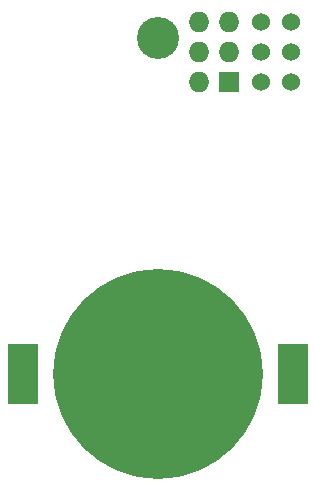
<source format=gbs>
G04 #@! TF.FileFunction,Soldermask,Bot*
%FSLAX46Y46*%
G04 Gerber Fmt 4.6, Leading zero omitted, Abs format (unit mm)*
G04 Created by KiCad (PCBNEW (2015-08-15 BZR 6092)-product) date 3/6/2016 8:03:17 PM*
%MOMM*%
G01*
G04 APERTURE LIST*
%ADD10C,0.100000*%
%ADD11O,1.727200X1.727200*%
%ADD12R,1.727200X1.727200*%
%ADD13C,3.556000*%
%ADD14C,17.780000*%
%ADD15R,2.540000X5.080000*%
%ADD16C,1.524000*%
G04 APERTURE END LIST*
D10*
D11*
X187500000Y-88500000D03*
D12*
X190040000Y-88500000D03*
D11*
X187500000Y-85960000D03*
X190040000Y-85960000D03*
X187500000Y-83420000D03*
X190040000Y-83420000D03*
D13*
X184000000Y-84750000D03*
D14*
X184000000Y-113250000D03*
D15*
X195430000Y-113250000D03*
X172570000Y-113250000D03*
D16*
X195270000Y-88540000D03*
X195270000Y-86000000D03*
X195270000Y-83460000D03*
X192730000Y-83460000D03*
X192730000Y-86000000D03*
X192730000Y-88540000D03*
M02*

</source>
